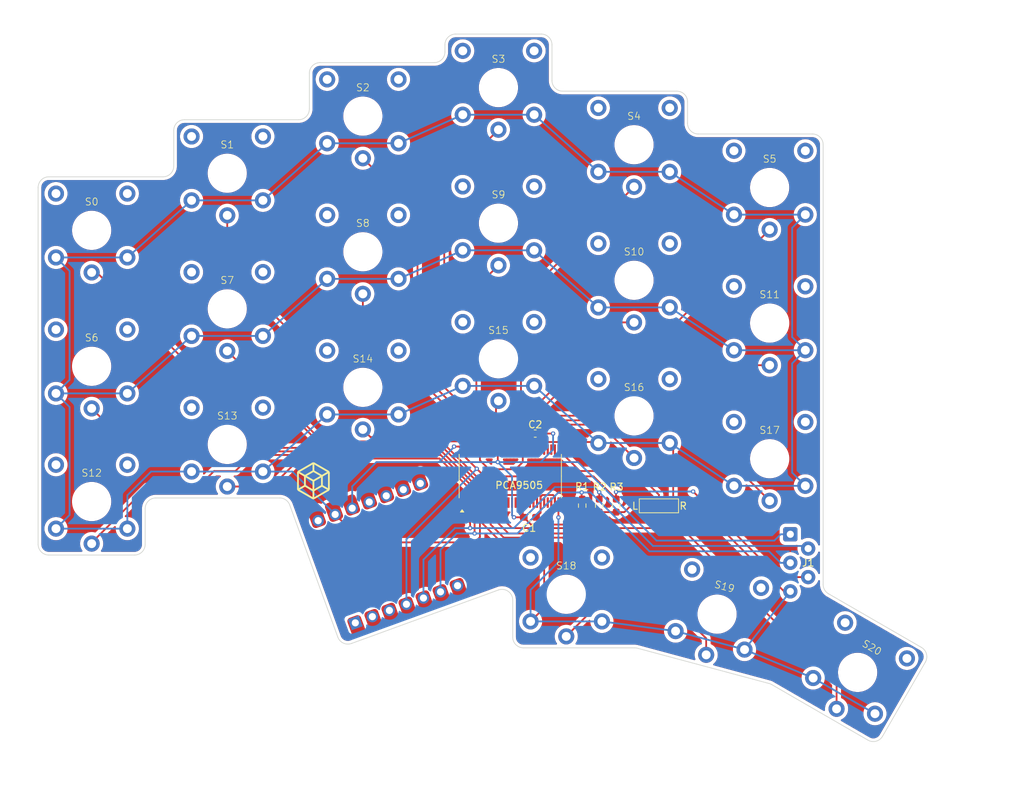
<source format=kicad_pcb>
(kicad_pcb (version 20241229) (generator "pcbnew") (generator_version "9.0")
  (layers (0 "F.Cu" signal) (2 "B.Cu" signal) (13 "F.Paste" user) (15 "B.Paste" user) (5 "F.SilkS" user "F.Silkscreen") (7 "B.SilkS" user "B.Silkscreen") (1 "F.Mask" user) (3 "B.Mask" user) (25 "Edge.Cuts" user))
  (net 0 "")
  (net 1 "+3.3V")
  (net 2 "GND")
  (net 3 "Net-(J1-Pin_3)")
  (net 4 "Net-(J1-Pin_2)")
  (net 5 "K0")
  (net 6 "K1")
  (net 7 "K2")
  (net 8 "K3")
  (net 9 "K4")
  (net 10 "K5")
  (net 11 "K6")
  (net 12 "K7")
  (net 13 "K8")
  (net 14 "K9")
  (net 15 "K10")
  (net 16 "K11")
  (net 17 "K12")
  (net 18 "K13")
  (net 19 "K14")
  (net 20 "K15")
  (net 21 "K16")
  (net 22 "K17")
  (net 23 "K18")
  (net 24 "K19")
  (net 25 "K20")
  (net 35 "Net-(JP1-C)")
  (net 36 "Net-(J1-Pin_4)")
  (footprint "Switches:Kailh_Low_Profile" (layer "F.Cu") (at 87.43125 66.125)
    (property "Reference" "S15")
    (property "Value" "Keyswitch" (hide yes))
  )
  (footprint "Resistor_SMD:R_0603_1608Metric_Pad0.98x0.95mm_HandSolder" (layer "F.Cu") (at 99.16875 86.697238 90)
    (property "Reference" "R1")
    (property "Value" "1.6k")
  )
  (footprint "Resistor_SMD:R_0603_1608Metric_Pad0.98x0.95mm_HandSolder" (layer "F.Cu") (at 101.55 86.697238 90)
    (property "Reference" "R2")
    (property "Value" "1.6k")
  )
  (footprint "Switches:Kailh_Low_Profile" (layer "F.Cu") (at 106.43125 74.125)
    (property "Reference" "S16")
    (property "Value" "Keyswitch" (hide yes))
  )
  (footprint "Switches:PCA9505" (layer "F.Cu") (at 89.0875 82.5625 90)
    (property "Reference" "PCA9505")
    (property "Value" "PCA9505DGG")
  )
  (footprint "Switches:SolderWire-5" (layer "F.Cu") (at 128.327744 90.714405 -90)
    (property "Reference" "J1")
    (property "Value" "Vcc, SDA, SCL, INT, GND")
  )
  (footprint "Switches:Kailh_Low_Profile" (layer "F.Cu") (at 125.43125 42.125)
    (property "Reference" "S5")
    (property "Value" "Keyswitch" (hide yes))
  )
  (footprint "Switches:Kailh_Low_Profile" (layer "F.Cu") (at 68.43125 32.125)
    (property "Reference" "S2")
    (property "Value" "Keyswitch" (hide yes))
  )
  (footprint "Resistor_SMD:R_0603_1608Metric_Pad0.98x0.95mm_HandSolder" (layer "F.Cu") (at 103.93125 86.697238 90)
    (property "Reference" "R3")
    (property "Value" "2k")
  )
  (footprint "Switches:Kailh_Low_Profile" (layer "F.Cu") (at 30.43125 67.175)
    (property "Reference" "S6")
    (property "Value" "Keyswitch" (hide yes))
  )
  (footprint "Switches:Kailh_Low_Profile" (layer "F.Cu") (at 106.43125 55.125)
    (property "Reference" "S10")
    (property "Value" "Keyswitch" (hide yes))
  )
  (footprint "Switches:Kailh_Low_Profile" (layer "F.Cu") (at 118.066325 101.907486 -15)
    (property "Reference" "S19")
    (property "Value" "Keyswitch" (hide yes))
  )
  (footprint "Capacitor_SMD:C_0603_1608Metric_Pad1.08x0.95mm_HandSolder" (layer "F.Cu") (at 92.5875 76.6)
    (property "Reference" "C2")
    (property "Value" "0.1uF")
  )
  (footprint "Switches:Kailh_Low_Profile" (layer "F.Cu") (at 49.43125 78.125)
    (property "Reference" "S13")
    (property "Value" "Keyswitch" (hide yes))
  )
  (footprint "Switches:Kailh_Low_Profile" (layer "F.Cu") (at 49.43125 59.125)
    (property "Reference" "S7")
    (property "Value" "Keyswitch" (hide yes))
  )
  (footprint "Switches:Seeed_XIAO_RP2040" (layer "F.Cu") (at 71.932033 93.356615 110)
    (property "Reference" "U1" (hide yes))
    (property "Value" "MCU_Seeed_XIAO_RP2040" (hide yes))
  )
  (footprint "Switches:Kailh_Low_Profile" (layer "F.Cu") (at 96.93125 99.125)
    (property "Reference" "S18")
    (property "Value" "Keyswitch" (hide yes))
  )
  (footprint "Switches:Kailh_Low_Profile" (layer "F.Cu") (at 87.43125 47.125)
    (property "Reference" "S9")
    (property "Value" "Keyswitch" (hide yes))
  )
  (footprint "Switches:Kailh_Low_Profile" (layer "F.Cu") (at 87.43125 28.125)
    (property "Reference" "S3")
    (property "Value" "Keyswitch" (hide yes))
  )
  (footprint "Capacitor_SMD:C_0603_1608Metric_Pad1.08x0.95mm_HandSolder" (layer "F.Cu") (at 91.8375 88.334343)
    (property "Reference" "C1")
    (property "Value" "0.1uF")
  )
  (footprint "Switches:Kailh_Low_Profile" (layer "F.Cu") (at 30.43125 86.125)
    (property "Reference" "S12")
    (property "Value" "Keyswitch" (hide yes))
  )
  (footprint "Switches:Kailh_Low_Profile" (layer "F.Cu") (at 125.43125 61.125)
    (property "Reference" "S11")
    (property "Value" "Keyswitch" (hide yes))
  )
  (footprint "Switches:Kailh_Low_Profile" (layer "F.Cu") (at 68.43125 51.125)
    (property "Reference" "S8")
    (property "Value" "Keyswitch" (hide yes))
  )
  (footprint "Switches:Kailh_Low_Profile" (layer "F.Cu") (at 49.43125 40.125)
    (property "Reference" "S1")
    (property "Value" "Keyswitch" (hide yes))
  )
  (footprint "Switches:Kailh_Low_Profile" (layer "F.Cu") (at 106.43125 36.125)
    (property "Reference" "S4")
    (property "Value" "Keyswitch" (hide yes))
  )
  (footprint "Switches:Kailh_Low_Profile" (layer "F.Cu") (at 137.761082 110.065321 -30)
    (property "Reference" "S20")
    (property "Value" "Keyswitch" (hide yes))
  )
  (footprint "Jumper:SolderJumper-3_P2.0mm_Open_TrianglePad1.0x1.5mm_NumberLabels" (layer "F.Cu") (at 109.91875 86.75)
    (property "Reference" "JP1" (hide yes))
    (property "Value" "SolderJumper_3_Open")
  )
  (footprint "Switches:Kailh_Low_Profile" (layer "F.Cu") (at 68.43125 70.125)
    (property "Reference" "S14")
    (property "Value" "Keyswitch" (hide yes))
  )
  (footprint "Switches:Kailh_Low_Profile" (layer "F.Cu") (at 125.43125 80.125)
    (property "Reference" "S17")
    (property "Value" "Keyswitch" (hide yes))
  )
  (footprint "Switches:Kailh_Low_Profile" (layer "F.Cu") (at 30.43125 48.125)
    (property "Reference" "S0")
    (property "Value" "Keyswitch" (hide yes))
  )
  (gr_line (start 61.504969 83.224999) (end 61.504969 85.686322) (stroke (width 0.25)) (layer "F.SilkS"))
  (gr_line (start 59.339905 84.330699) (end 59.339905 82.119337) (stroke (width 0.25)) (layer "F.SilkS"))
  (gr_line (start 61.629969 80.797168) (end 63.54503 81.902828) (stroke (width 0.25)) (layer "F.SilkS"))
  (gr_line (start 62.695754 82.537499) (end 62.695754 83.912499) (stroke (width 0.25)) (layer "F.SilkS"))
  (gr_arc (start 63.54503 81.902828) (mid 63.636539 81.994336) (end 63.670033 82.119339) (stroke (width 0.25)) (layer "F.SilkS"))
  (gr_line (start 61.504969 81.849999) (end 61.504969 80.763674) (stroke (width 0.25)) (layer "F.SilkS"))
  (gr_arc (start 61.379969 80.797168) (mid 61.504969 80.763674) (end 61.629969 80.797168) (stroke (width 0.25)) (layer "F.SilkS"))
  (gr_line (start 62.695754 83.912499) (end 63.636539 84.455661) (stroke (width 0.25)) (layer "F.SilkS"))
  (gr_line (start 60.314184 83.912499) (end 59.373399 84.455661) (stroke (width 0.25)) (layer "F.SilkS"))
  (gr_line (start 59.464894 81.902836) (end 61.379969 80.797168) (stroke (width 0.25)) (layer "F.SilkS"))
  (gr_line (start 60.314184 83.912499) (end 60.314184 82.537499) (stroke (width 0.25)) (layer "F.SilkS"))
  (gr_line (start 61.504969 83.224999) (end 59.373399 81.994337) (stroke (width 0.25)) (layer "F.SilkS"))
  (gr_arc (start 61.379969 85.65283) (mid 61.455319 85.621618) (end 61.504969 85.686322) (stroke (width 0.25)) (layer "F.SilkS"))
  (gr_line (start 61.504969 84.599999) (end 60.314184 83.912499) (stroke (width 0.25)) (layer "F.SilkS"))
  (gr_arc (start 59.464905 84.547168) (mid 59.373374 84.455692) (end 59.339905 84.330699) (stroke (width 0.25)) (layer "F.SilkS"))
  (gr_arc (start 63.670033 84.330658) (mid 63.636539 84.455661) (end 63.545031 84.547169) (stroke (width 0.25)) (layer "F.SilkS"))
  (gr_line (start 63.670033 82.119339) (end 63.670033 84.330658) (stroke (width 0.25)) (layer "F.SilkS"))
  (gr_arc (start 59.339905 82.119337) (mid 59.373384 81.994333) (end 59.464894 81.902836) (stroke (width 0.25)) (layer "F.SilkS"))
  (gr_line (start 60.314184 82.537499) (end 61.504969 81.849999) (stroke (width 0.25)) (layer "F.SilkS"))
  (gr_line (start 61.504969 81.849999) (end 62.695754 82.537499) (stroke (width 0.25)) (layer "F.SilkS"))
  (gr_line (start 62.695754 83.912499) (end 61.504969 84.599999) (stroke (width 0.25)) (layer "F.SilkS"))
  (gr_line (start 63.545031 84.547169) (end 61.629969 85.65283) (stroke (width 0.25)) (layer "F.SilkS"))
  (gr_line (start 61.504969 83.224999) (end 63.636539 81.994337) (stroke (width 0.25)) (layer "F.SilkS"))
  (gr_line (start 61.379969 85.65283) (end 59.464905 84.547168) (stroke (width 0.25)) (layer "F.SilkS"))
  (gr_arc (start 112.43125 28.625) (mid 113.49191 29.06434) (end 113.93125 30.125) (stroke (width 0.1)) (layer "Edge.Cuts"))
  (gr_line (start 66.840759 106.011981) (end 87.418231 98.522393) (stroke (width 0.1)) (layer "Edge.Cuts"))
  (gr_line (start 22.93125 92.124999) (end 22.93125 42.125001) (stroke (width 0.1)) (layer "Edge.Cuts"))
  (gr_line (start 37.93125 92.125) (end 37.93125 87.125) (stroke (width 0.1)) (layer "Edge.Cuts"))
  (gr_arc (start 79.93125 22.125) (mid 80.37059 21.06434) (end 81.43125 20.625) (stroke (width 0.1)) (layer "Edge.Cuts"))
  (gr_arc (start 133.681203 99.049547) (mid 133.132198 98.500539) (end 132.93125 97.750536) (stroke (width 0.1)) (layer "Edge.Cuts"))
  (gr_arc (start 37.93125 92.125) (mid 37.49191 93.18566) (end 36.43125 93.625) (stroke (width 0.1)) (layer "Edge.Cuts"))
  (gr_arc (start 96.43125 28.625) (mid 95.37059 28.18566) (end 94.93125 27.125) (stroke (width 0.1)) (layer "Edge.Cuts"))
  (gr_arc (start 37.93125 87.125) (mid 38.37059 86.06434) (end 39.43125 85.625) (stroke (width 0.1)) (layer "Edge.Cuts"))
  (gr_line (start 60.93125 31.125) (end 60.93125 26.125) (stroke (width 0.1)) (layer "Edge.Cuts"))
  (gr_arc (start 79.93125 23.125) (mid 79.49191 24.18566) (end 78.43125 24.625) (stroke (width 0.1)) (layer "Edge.Cuts"))
  (gr_line (start 125.726764 111.777557) (end 139.207235 119.560511) (stroke (width 0.1)) (layer "Edge.Cuts"))
  (gr_arc (start 87.418231 98.522393) (mid 88.791605 98.703207) (end 89.43125 99.931936) (stroke (width 0.1)) (layer "Edge.Cuts"))
  (gr_line (start 113.93125 33.125) (end 113.93125 30.125) (stroke (width 0.1)) (layer "Edge.Cuts"))
  (gr_line (start 94.93125 27.125) (end 94.93125 22.125) (stroke (width 0.1)) (layer "Edge.Cuts"))
  (gr_line (start 132.93125 97.750536) (end 132.93125 36.125) (stroke (width 0.1)) (layer "Edge.Cuts"))
  (gr_arc (start 60.93125 26.125) (mid 61.37059 25.06434) (end 62.43125 24.625) (stroke (width 0.1)) (layer "Edge.Cuts"))
  (gr_line (start 133.681203 99.049547) (end 146.707292 106.570163) (stroke (width 0.1)) (layer "Edge.Cuts"))
  (gr_line (start 79.93125 22.125) (end 79.93125 23.125) (stroke (width 0.1)) (layer "Edge.Cuts"))
  (gr_line (start 141.256265 119.011487) (end 147.256273 108.619168) (stroke (width 0.1)) (layer "Edge.Cuts"))
  (gr_arc (start 106.49705 106.625) (mid 106.692865 106.637836) (end 106.889478 106.677229) (stroke (width 0.1)) (layer "Edge.Cuts"))
  (gr_arc (start 22.93125 42.125001) (mid 23.37059 41.06434) (end 24.431251 40.625) (stroke (width 0.1)) (layer "Edge.Cuts"))
  (gr_line (start 39.43125 85.625) (end 56.77395 85.625) (stroke (width 0.1)) (layer "Edge.Cuts"))
  (gr_line (start 115.43125 34.625) (end 131.43125 34.625) (stroke (width 0.1)) (layer "Edge.Cuts"))
  (gr_line (start 24.431251 40.625) (end 40.43125 40.625) (stroke (width 0.1)) (layer "Edge.Cuts"))
  (gr_arc (start 24.431251 93.625) (mid 23.37059 93.18566) (end 22.93125 92.124999) (stroke (width 0.1)) (layer "Edge.Cuts"))
  (gr_arc (start 115.43125 34.625) (mid 114.37059 34.18566) (end 113.93125 33.125) (stroke (width 0.1)) (layer "Edge.Cuts"))
  (gr_arc (start 41.93125 39.125) (mid 41.49191 40.18566) (end 40.43125 40.625) (stroke (width 0.1)) (layer "Edge.Cuts"))
  (gr_line (start 93.43125 20.625) (end 81.43125 20.625) (stroke (width 0.1)) (layer "Edge.Cuts"))
  (gr_line (start 106.889478 106.677229) (end 125.36513 111.627765) (stroke (width 0.1)) (layer "Edge.Cuts"))
  (gr_line (start 62.43125 24.625) (end 78.43125 24.625) (stroke (width 0.1)) (layer "Edge.Cuts"))
  (gr_arc (start 56.77395 85.625) (mid 57.634321 85.896276) (end 58.1835 86.61197) (stroke (width 0.1)) (layer "Edge.Cuts"))
  (gr_arc (start 125.36513 111.627765) (mid 125.550861 111.690812) (end 125.726764 111.777557) (stroke (width 0.1)) (layer "Edge.Cuts"))
  (gr_line (start 96.43125 28.625) (end 112.43125 28.625) (stroke (width 0.1)) (layer "Edge.Cuts"))
  (gr_line (start 90.93125 106.625) (end 106.49705 106.625) (stroke (width 0.1)) (layer "Edge.Cuts"))
  (gr_line (start 89.43125 99.931936) (end 89.43125 105.125) (stroke (width 0.1)) (layer "Edge.Cuts"))
  (gr_arc (start 41.93125 34.125) (mid 42.37059 33.06434) (end 43.43125 32.625) (stroke (width 0.1)) (layer "Edge.Cuts"))
  (gr_line (start 58.1835 86.61197) (end 64.91822 105.115461) (stroke (width 0.1)) (layer "Edge.Cuts"))
  (gr_arc (start 60.93125 31.125) (mid 60.49191 32.18566) (end 59.43125 32.625) (stroke (width 0.1)) (layer "Edge.Cuts"))
  (gr_arc (start 146.707292 106.570163) (mid 147.406152 107.480943) (end 147.256273 108.619168) (stroke (width 0.1)) (layer "Edge.Cuts"))
  (gr_arc (start 66.840759 106.011981) (mid 65.693822 105.961897) (end 64.91822 105.115461) (stroke (width 0.1)) (layer "Edge.Cuts"))
  (gr_line (start 43.43125 32.625) (end 59.43125 32.625) (stroke (width 0.1)) (layer "Edge.Cuts"))
  (gr_line (start 24.431251 93.625) (end 36.43125 93.625) (stroke (width 0.1)) (layer "Edge.Cuts"))
  (gr_arc (start 141.256265 119.011487) (mid 140.345466 119.710365) (end 139.207234 119.560511) (stroke (width 0.1)) (layer "Edge.Cuts"))
  (gr_arc (start 93.43125 20.625) (mid 94.49191 21.06434) (end 94.93125 22.125) (stroke (width 0.1)) (layer "Edge.Cuts"))
  (gr_line (start 41.93125 39.125) (end 41.93125 34.125) (stroke (width 0.1)) (layer "Edge.Cuts"))
  (gr_arc (start 131.43125 34.625) (mid 132.49191 35.06434) (end 132.93125 36.125) (stroke (width 0.1)) (layer "Edge.Cuts"))
  (gr_arc (start 90.93125 106.625) (mid 89.87059 106.18566) (end 89.43125 105.125) (stroke (width 0.1)) (layer "Edge.Cuts"))
  (segment (start 95.0875 76.6) (end 93.450001 76.6) (width 0.25) (layer "F.Cu") (net 1))
  (segment (start 101.55 87.609738) (end 103.93125 87.609738) (width 0.25) (layer "F.Cu") (net 1))
  (segment (start 105.077762 87.609738) (end 105.9375 86.75) (width 0.25) (layer "F.Cu") (net 1))
  (segment (start 90.8375 88.196843) (end 90.975 88.334343) (width 0.25) (layer "F.Cu") (net 1))
  (segment (start 97.428488 89.35) (end 91.990657 89.35) (width 0.25) (layer "F.Cu") (net 1))
  (segment (start 91.990657 89.35) (end 90.975 88.334343) (width 0.25) (layer "F.Cu") (net 1))
  (segment (start 91.339586 88.334343) (end 90.975 88.334343) (width 0.25) (layer "F.Cu") (net 1))
  (segment (start 81.909735 78.422235) (end 81.200862 78.422235) (width 0.25) (layer "F.Cu") (net 1))
  (segment (start 99.16875 87.609738) (end 101.55 87.609738) (width 0.25) (layer "F.Cu") (net 1))
  (segment (start 82.3375 78.85) (end 81.909735 78.422235) (width 0.25) (layer "F.Cu") (net 1))
  (segment (start 103.93125 87.609738) (end 105.077762 87.609738) (width 0.25) (layer "F.Cu") (net 1))
  (segment (start 90.8375 86.275) (end 90.8375 88.196843) (width 0.25) (layer "F.Cu") (net 1))
  (segment (start 105.9375 86.75) (end 107.91875 86.75) (width 0.25) (layer "F.Cu") (net 1))
  (segment (start 89.603157 88.334343) (end 90.975 88.334343) (width 0.25) (layer "F.Cu") (net 1))
  (segment (start 87.3375 80.6) (end 87.3375 78.85) (width 0.25) (layer "F.Cu") (net 1))
  (segment (start 99.16875 87.609738) (end 97.428488 89.35) (width 0.25) (layer "F.Cu") (net 1))
  (via (at 89.603157 88.334343) (size 0.6) (drill 0.3) (layers "F.Cu" "B.Cu") (net 1))
  (via (at 95.0875 76.6) (size 0.6) (drill 0.3) (layers "F.Cu" "B.Cu") (net 1))
  (via (at 87.3375 80.6) (size 0.6) (drill 0.3) (layers "F.Cu" "B.Cu") (net 1))
  (via (at 81.200862 78.422235) (size 0.6) (drill 0.3) (layers "F.Cu" "B.Cu") (net 1))
  (segment (start 70.3375 80.6) (end 79.0875 80.6) (width 0.25) (layer "B.Cu") (net 1))
  (segment (start 87.3375 80.6) (end 89.3375 82.6) (width 0.25) (layer "B.Cu") (net 1))
  (segment (start 93.3375 80.6) (end 87.3375 80.6) (width 0.25) (layer "B.Cu") (net 1))
  (segment (start 109.5875 91.6) (end 126.0875 91.6) (width 0.25) (layer "B.Cu") (net 1))
  (segment (start 98.5875 80.6) (end 109.5875 91.6) (width 0.25) (layer "B.Cu") (net 1))
  (segment (start 89.3375 88.068686) (end 89.603157 88.334343) (width 0.25) (layer "B.Cu") (net 1))
  (segment (start 79.0875 80.6) (end 87.3375 80.6) (width 0.25) (layer "B.Cu") (net 1))
  (segment (start 93.3375 80.6) (end 98.5875 80.6) (width 0.25) (layer "B.Cu") (net 1))
  (segment (start 81.200862 78.486638) (end 79.0875 80.6) (width 0.25) (layer "B.Cu") (net 1))
  (segment (start 126.0875 91.6) (end 126.973095 90.714405) (width 0.25) (layer "B.Cu") (net 1))
  (segment (start 126.973095 90.714405) (end 128.327744 90.714405) (width 0.25) (layer "B.Cu") (net 1))
  (segment (start 81.200862 78.422235) (end 81.200862 78.486638) (width 0.25) (layer "B.Cu") (net 1))
  (segment (start 95.0875 76.6) (end 95.0875 78.85) (width 0.25) (layer "B.Cu") (net 1))
  (segment (start 81.200862 78.422235) (end 81.0875 78.535597) (width 0.25) (layer "B.Cu") (net 1))
  (segment (start 66.939021 87.064889) (end 66.939021 83.998479) (width 0.25) (layer "B.Cu") (net 1))
  (segment (start 95.0875 78.85) (end 93.3375 80.6) (width 0.25) (layer "B.Cu") (net 1))
  (segment (start 89.3375 82.6) (end 89.3375 88.068686) (width 0.25) (layer "B.Cu") (net 1))
  (segment (start 66.939021 83.998479) (end 70.3375 80.6) (width 0.25) (layer "B.Cu") (net 1))
  (segment (start 95.3375 86.275) (end 95.8375 86.275) (width 0.25) (layer "F.Cu") (net 2))
  (segment (start 87.594322 85.2115) (end 93.128678 85.2115) (width 0.25) (layer "F.Cu") (net 2))
  (segment (start 89.837914 81.6) (end 90.8375 80.600414) (width 0.25) (layer "F.Cu") (net 2))
  (segment (start 84.8375 80.35) (end 84.8375 78.85) (width 0.25) (layer "F.Cu") (net 2))
  (segment (start 87.3375 85.468322) (end 87.594322 85.2115) (width 0.25) (layer "F.Cu") (net 2))
  (segment (start 101.10625 77.6) (end 101.43125 77.925) (width 0.25) (layer "F.Cu") (net 2))
  (segment (start 95.3375 85.468322) (end 95.3375 86.275) (width 0.25) (layer "F.Cu") (net 2))
  (segment (start 87.3375 86.275) (end 87.3375 85.468322) (width 0.25) (layer "F.Cu") (net 2))
  (segment (start 84.8375 88.1) (end 84.8375 88.85) (width 0.25) (layer "F.Cu") (net 2))
  (segment (start 93.8375 101.01875) (end 91.93125 102.925) (width 0.25) (layer "F.Cu") (net 2))
  (segment (start 93.128678 85.2115) (end 93.3375 85.420322) (width 0.25) (layer "F.Cu") (net 2))
  (segment (start 95.080678 85.2115) (end 95.3375 85.468322) (width 0.25) (layer "F.Cu") (net 2))
  (segment (start 127.451905 98.714405) (end 128.327744 98.714405) (width 0.25) (layer "F.Cu") (net 2))
  (segment (start 111.91875 86.75) (end 115.4875 86.75) (width 0.25) (layer "F.Cu") (net 2))
  (segment (start 93.3375 86.275) (end 93.3375 85.468322) (width 0.25) (layer "F.Cu") (net 2))
  (segment (start 92.5875 91.85) (end 93.8375 93.1) (width 0.25) (layer "F.Cu") (net 2))
  (segment (start 93.8375 93.1) (end 93.8375 101.01875) (width 0.25) (layer "F.Cu") (net 2))
  (segment (start 84.0875 91.85) (end 84.8375 91.1) (width 0.25) (layer "F.Cu") (net 2))
  (segment (start 93.3375 78.85) (end 93.3375 78.043322) (width 0.25) (layer "F.Cu") (net 2))
  (segment (start 64.552202 87.93362) (end 68.468582 91.85) (width 0.25) (layer "F.Cu") (net 2))
  (segment (start 93.594322 85.2115) (end 95.080678 85.2115) (width 0.25) (layer "F.Cu") (net 2))
  (segment (start 90.8375 77.487499) (end 90.8375 78.85) (width 0.25) (layer "F.Cu") (net 2))
  (segment (start 93.3375 85.468322) (end 93.594322 85.2115) (width 0.25) (layer "F.Cu") (net 2))
  (segment (start 91.894178 76.6) (end 91.724999 76.6) (width 0.25) (layer "F.Cu") (net 2))
  (segment (start 115.4875 86.75) (end 127.451905 98.714405) (width 0.25) (layer "F.Cu") (net 2))
  (segment (start 86.0875 81.6) (end 84.8375 80.35) (width 0.25) (layer "F.Cu") (net 2))
  (segment (start 91.724999 76.6) (end 90.8375 77.487499) (width 0.25) (layer "F.Cu") (net 2))
  (segment (start 93.3375 85.420322) (end 93.3375 86.275) (width 0.25) (layer "F.Cu") (net 2))
  (segment (start 89.837914 81.6) (end 86.0875 81.6) (width 0.25) (layer "F.Cu") (net 2))
  (segment (start 111.91875 86.75) (end 111.91875 78.4125) (width 0.25) (layer "F.Cu") (net 2))
  (segment (start 84.8375 86.275) (end 84.8375 88.1) (width 0.25) (layer "F.Cu") (net 2))
  (segment (start 93.3375 87.696843) (end 93.3375 86.275) (width 0.25) (layer "F.Cu") (net 2))
  (segment (start 92.7 88.334343) (end 93.3375 87.696843) (width 0.25) (layer "F.Cu") (net 2))
  (segment (start 93.3375 78.043322) (end 93.594322 77.7865) (width 0.25) (layer "F.Cu") (net 2))
  (segment (start 93.594322 77.7865) (end 101.29275 77.7865) (width 0.25) (layer "F.Cu") (net 2))
  (segment (start 90.8375 80.600414) (end 90.8375 78.85) (width 0.25) (layer "F.Cu") (net 2))
  (segment (start 93.3375 78.043322) (end 91.894178 76.6) (width 0.25) (layer "F.Cu") (net 2))
  (segment (start 87.8375 91.85) (end 92.5875 91.85) (width 0.25) (layer "F.Cu") (net 2))
  (segment (start 95.8375 88.35) (end 95.8375 86.275) (width 0.25) (layer "F.Cu") (net 2))
  (segment (start 84.8375 88.85) (end 87.8375 91.85) (width 0.25) (layer "F.Cu") (net 2))
  (segment (start 68.468582 91.85) (end 84.0875 91.85) (width 0.25) (layer "F.Cu") (net 2))
  (segment (start 84.8375 91.1) (end 84.8375 88.85) (width 0.25) (layer "F.Cu") (net 2))
  (segment (start 111.91875 78.4125) (end 111.43125 77.925) (width 0.25) (layer "F.Cu") (net 2))
  (segment (start 101.29275 77.7865) (end 101.43125 77.925) (width 0.25) (layer "F.Cu") (net 2))
  (segment (start 111.8375 86.66875) (end 111.91875 86.75) (width 0.25) (layer "F.Cu") (net 2))
  (via (at 95.8375 88.35) (size 0.6) (drill 0.3) (layers "F.Cu" "B.Cu") (net 2))
  (segment (start 58.543582 81.925) (end 64.552202 87.93362) (width 0.25) (layer "B.Cu") (net 2))
  (segment (start 111.43125 39.925) (end 120.43125 45.925) (width 0.25) (layer "B.Cu") (net 2))
  (segment (start 92.43125 31.925) (end 101.43125 39.925) (width 0.25) (layer "B.Cu") (net 2))
  (segment (start 111.43125 77.925) (end 111.8375 78.33125) (width 0.25) (layer "B.Cu") (net 2))
  (segment (start 73.43125 54.925) (end 82.43125 50.925) (width 0.25) (layer "B.Cu") (net 2))
  (segment (start 91.93125 102.925) (end 91.93125 98.50625) (width 0.25) (layer "B.Cu") (net 2))
  (segment (start 44.43125 81.925) (end 54.43125 81.925) (width 0.25) (layer "B.Cu") (net 2))
  (segment (start 128.5875 47.76875) (end 128.5875 63.08125) (width 0.25) (layer "B.Cu") (net 2))
  (segment (start 95.8375 94.6) (end 95.8375 88.35) (width 0.25) (layer "B.Cu") (net 2))
  (segment (start 35.43125 85.25625) (end 38.7625 81.925) (width 0.25) (layer "B.Cu") (net 2))
  (segment (start 27.3375 72.88125) (end 27.3375 88.01875) (width 0.25) (layer "B.Cu") (net 2))
  (segment (start 92.43125 69.925) (end 101.43125 77.925) (width 0.25) (layer "B.Cu") (net 2))
  (segment (start 130.43125 64.925) (end 128.5875 66.76875) (width 0.25) (layer "B.Cu") (net 2))
  (segment (start 54.43125 62.925) (end 63.43125 54.925) (width 0.25) (layer "B.Cu") (net 2))
  (segment (start 82.43125 31.925) (end 92.43125 31.925) (width 0.25) (layer "B.Cu") (net 2))
  (segment (start 25.43125 89.925) (end 35.43125 89.925) (width 0.25) (layer "B.Cu") (net 2))
  (segment (start 54.43125 81.925) (end 63.43125 73.925) (width 0.25) (layer "B.Cu") (net 2))
  (segment (start 101.43125 39.925) (end 111.43125 39.925) (width 0.25) (layer "B.Cu") (net 2))
  (segment (start 111.43125 77.925) (end 120.43125 83.925) (width 0.25) (layer "B.Cu") (net 2))
  (segment (start 82.43125 50.925) (end 92.43125 50.925) (width 0.25) (layer "B.Cu") (net 2))
  (segment (start 54.43125 81.925) (end 58.543582 81.925) (width 0.25) (layer "B.Cu") (net 2))
  (segment (start 63.43125 35.925) (end 73.43125 35.925) (width 0.25) (layer "B.Cu") (net 2))
  (segment (start 120.43125 83.925) (end 130.43125 83.925) (width 0.25) (layer "B.Cu") (net 2))
  (segment (start 130.43125 64.925) (end 120.43125 64.925) (width 0.25) (layer "B.Cu") (net 2))
  (segment (start 120.43125 45.925) (end 130.43125 45.925) (width 0.25) (layer "B.Cu") (net 2))
  (segment (start 121.912442 106.872099) (end 128.327744 98.714405) (width 0.25) (layer "B.Cu") (net 2))
  (segment (start 25.43125 70.975) (end 35.43125 70.975) (width 0.25) (layer "B.Cu") (net 2))
  (segment (start 82.43125 69.925) (end 73.43125 73.925) (width 0.25) (layer "B.Cu") (net 2))
  (segment (start 25.43125 70.975) (end 27.3375 69.06875) (width 0.25) (layer "B.Cu") (net 2))
  (segment (start 92.43125 50.925) (end 101.43125 58.925) (width 0.25) (layer "B.Cu") (net 2))
  (segment (start 27.3375 88.01875) (end 25.43125 89.925) (width 0.25) (layer "B.Cu") (net 2))
  (segment (start 38.7625 81.925) (end 44.43125 81.925) (width 0.25) (layer "B.Cu") (net 2))
  (segment (start 25.43125 51.925) (end 35.43125 51.925) (width 0.25) (layer "B.Cu") (net 2))
  (segment (start 128.5875 66.76875) (end 128.5875 82.08125) (width 0.25) (layer "B.Cu") (net 2))
  (segment (start 27.3375 53.83125) (end 25.43125 51.925) (width 0.25) (layer "B.Cu") (net 2))
  (segment (start 131.530955 110.856218) (end 140.191209 115.856218) (width 0.25) (layer "B.Cu") (net 2))
  (segment (start 91.93125 102.925) (end 101.93125 102.925) (width 0.25) (layer "B.Cu") (net 2))
  (segment (start 91.93125 98.50625) (end 95.8375 94.6) (width 0.25) (layer "B.Cu") (net 2))
  (segment (start 54.43125 43.925) (end 63.43125 35.925) (width 0.25) (layer "B.Cu") (net 2))
  (segment (start 101.43125 58.925) (end 111.43125 58.925) (width 0.25) (layer "B.Cu") (net 2))
  (segment (start 82.43125 69.925) (end 92.43125 69.925) (width 0.25) (layer "B.Cu") (net 2))
  (segment (start 101.43125 77.925) (end 111.43125 77.925) (width 0.25) (layer "B.Cu") (net 2))
  (segment (start 63.43125 73.925) (end 73.43125 73.925) (width 0.25) (layer "B.Cu") (net 2))
  (segment (start 128.5875 82.08125) (end 130.43125 83.925) (width 0.25) (layer "B.Cu") (net 2))
  (segment (start 130.43125 45.925) (end 128.5875 47.76875) (width 0.25) (layer "B.Cu") (net 2))
  (segment (start 120.43125 64.925) (end 111.43125 58.925) (width 0.25) (layer "B.Cu") (net 2))
  (segment (start 63.43125 54.925) (end 73.43125 54.925) (width 0.25) (layer "B.Cu") (net 2))
  (segment (start 128.5875 63.08125) (end 130.43125 64.925) (width 0.25) (layer "B.Cu") (net 2))
  (segment (start 82.43125 31.925) (end 73.43125 35.925) (width 0.25) (layer "B.Cu") (net 2))
  (segment (start 35.43125 89.925) (end 35.43125 85.25625) (width 0.25) (layer "B.Cu") (net 2))
  (segment (start 101.93125 102.925) (end 112.253183 104.283909) (width 0.25) (layer "B.Cu") (net 2))
  (segment (start 35.43125 51.925) (end 44.43125 43.925) (width 0.25) (layer "B.Cu") (net 2))
  (segment (start 25.43125 70.975) (end 27.3375 72.88125) (width 0.25) (layer "B.Cu") (net 2))
  (segment (start 64.552202 88.064702) (end 64.552202 87.93362) (width 0.25) (layer "B.Cu") (net 2))
  (segment (start 121.912442 106.872099) (end 131.530955 110.856218) (width 0.25) (layer "B.Cu") (net 2))
  (segment (start 44.43125 62.925) (end 35.43125 70.975) (width 0.25) (layer "B.Cu") (net 2))
  (segment (start 112.253183 104.283909) (end 121.912442 106.872099) (width 0.25) (layer "B.Cu") (net 2))
  (segment (start 44.43125 43.925) (end 54.43125 43.925) (width 0.25) (layer "B.Cu") (net 2))
  (segment (start 44.43125 62.925) (end 54.43125 62.925) (width 0.25) (layer "B.Cu") (net 2))
  (segment (start 27.3375 69.06875) (end 27.3375 53.83125) (width 0.25) (layer "B.Cu") (net 2))
  (segment (start 99.0875 85.703488) (end 99.16875 85.784738) (width 0.25) (layer "F.Cu") (net 3))
  (segment (start 84.0875 88.940188) (end 82.8375 87.690188) (width 0.25) (layer "F.Cu") (net 3))
  (segment (start 84.0875 90.6) (end 84.0875 88.940188) (width 0.25) (layer "F.Cu") (net 3))
  (segment (start 82.8375 87.690188) (end 82.8375 86.275) (width 0.25) (layer "F.Cu") (net 3))
  (segment (start 99.0875 84.85) (end 99.0875 85.703488) (width 0.25) (layer "F.Cu") (net 3))
  (via (at 99.0875 84.85) (size 0.6) (drill 0.3) (layers "F.Cu" "B.Cu") (net 3))
  (via (at 84.0875 90.6) (size 0.6) (drill 0.3) (layers "F.Cu" "B.Cu") (net 3))
  (segment (start 99.0875 84.85) (end 100.3375 84.85) (width 0.25) (layer "B.Cu") (net 3))
  (segment (start 79.311864 92.875636) (end 79.311864 98.77961) (width 0.25) (layer "B.Cu") (net 3))
  (segment (start 99.0875 84.85) (end 95.8375 84.85) (width 0.25) (layer "B.Cu") (net 3))
  (segment (start 125.3375 93.1) (end 126.951905 94.714405) (width 0.25) (layer "B.Cu") (net 3))
  (segment (start 126.951905 94.714405) (end 128.327744 94.714405) (width 0.25) (layer "B.Cu") (net 3))
  (segment (start 108.5875 93.1) (end 125.3375 93.1) (width 0.25) (layer "B.Cu") (net 3))
  (segment (start 90.0875 90.6) (end 84.0875 90.6) (width 0.25) (layer "B.Cu") (net 3))
  (segment (start 95.8375 84.85) (end 90.0875 90.6) (width 0.25) (layer "B.Cu") (net 3))
  (segment (start 100.3375 84.85) (end 108.5875 93.1) (width 0.25) (layer "B.Cu") (net 3))
  (segment (start 81.5875 90.6) (end 79.311864 92.875636) (width 0.25) (layer "B.Cu") (net 3))
  (segment (start 84.0875 90.6) (end 81.5875 90.6) (width 0.25) (layer "B.Cu") (net 3))
  (segment (start 82.3375 87.991236) (end 82.3375 86.275) (width 0.25) (layer "F.Cu") (net 4))
  (segment (start 101.55 84.8125) (end 101.55 85.784738) (width 0.25) (layer "F.Cu") (net 4))
  (segment (start 83.4625 89.85) (end 83.4625 89.116236) (width 0.25) (layer "F.Cu") (net 4))
  (segment (start 83.4625 89.116236) (end 82.3375 87.991236) (width 0.25) (layer "F.Cu") (net 4))
  (via (at 101.55 84.8125) (size 0.6) (drill 0.3) (layers "F.Cu" "B.Cu") (net 4))
  (via (at 83.4625 89.85) (size 0.6) (drill 0.3) (layers "F.Cu" "B.Cu") (net 4))
  (segment (start 109.0875 92.35) (end 130.463339 92.35) (width 0.25) (layer "B.Cu") (net 4))
  (segment (start 100.8375 84.1) (end 95.3375 84.1) (width 0.25) (layer "B.Cu") (net 4))
  (segment (start 83.4625 89.85) (end 81.3375 89.85) (width 0.25) (layer "B.Cu") (net 4))
  (segment (start 101.55 84.8125) (end 100.8375 84.1) (width 0.25) (layer "B.Cu") (net 4))
  (segment (start 76.925045 94.262455) (end 76.925045 99.648341) (width 0.25) (layer "B.Cu") (net 4))
  (segment (start 81.3375 89.85) (end 76.925045 94.262455) (width 0.25) (layer "B.Cu") (net 4))
  (segment (start 101.55 84.8125) (end 109.0875 92.35) (width 0.25) (layer "B.Cu") (net 4))
  (segment (start 89.5875 89.85) (end 83.4625 89.85) (width 0.25) (layer "B.Cu") (net 4))
  (segment (start 95.3375 84.1) (end 89.5875 89.85) (width 0.25) (layer "B.Cu") (net 4))
  (segment (start 130.463339 92.35) (end 130.827744 92.714405) (width 0.25) (layer "B.Cu") (net 4))
  (segment (start 85.3375 86.275) (end 85.3375 84.237808) (width 0.25) (layer "F.Cu") (net 5))
  (segment (start 85.3375 84.237808) (end 79.699692 78.6) (width 0.25) (layer "F.Cu") (net 5))
  (segment (start 79.699692 78.6) (end 55.72531 78.6) (width 0.25) (layer "F.Cu") (net 5))
  (segment (start 31.15031 54.025) (end 30.43125 54.025) (width 0.25) (layer "F.Cu") (net 5))
  (segment (start 55.72531 78.6) (end 31.15031 54.025) (width 0.25) (layer "F.Cu") (net 5))
  (segment (start 49.43125 46.025) (end 49.43125 53.44375) (width 0.25) (layer "F.Cu") (net 6))
  (segment (start 58.8375 62.85) (end 58.8375 73.79344) (width 0.25) (layer "F.Cu") (net 6))
  (segment (start 49.43125 53.44375) (end 58.8375 62.85) (width 0.25) (layer "F.Cu") (net 6))
  (segment (start 82.992178 77.698) (end 83.3375 78.043322) (width 0.25) (layer "F.Cu") (net 6))
  (segment (start 58.8375 73.79344) (end 62.74206 77.698) (width 0.25) (layer "F.Cu") (net 6))
  (segment (start 62.74206 77.698) (end 82.992178 77.698) (width 0.25) (layer "F.Cu") (net 6))
  (segment (start 83.3375 78.043322) (end 83.3375 78.85) (width 0.25) (layer "F.Cu") (net 6))
  (segment (start 85.3375 78.85) (end 85.3375 76.85) (width 0.25) (layer "F.Cu") (net 7))
  (segment (start 85.3375 76.85) (end 76.0875 67.6) (width 0.25) (layer "F.Cu") (net 7))
  (segment (start 76.0875 67.6) (end 76.0875 45.68125) (width 0.25) (layer "F.Cu") (net 7))
  (segment (start 76.0875 45.68125) (end 68.43125 38.025) (width 0.25) (layer "F.Cu") (net 7))
  (segment (start 85.8375 76.1) (end 79.8375 70.1) (width 0.25) (layer "F.Cu") (net 8))
  (segment (start 79.8375 41.61875) (end 87.43125 34.025) (width 0.25) (layer "F.Cu") (net 8))
  (segment (start 85.8375 78.85) (end 85.8375 76.1) (width 0.25) (layer "F.Cu") (net 8))
  (segment (start 79.8375 70.1) (end 79.8375 41.61875) (width 0.25) (layer "F.Cu") (net 8))
  (segment (start 90.5875 71.6) (end 90.5875 57.86875) (width 0.25) (layer "F.Cu") (net 9))
  (segment (start 90.5875 57.86875) (end 106.43125 42.025) (width 0.25) (layer "F.Cu") (net 9))
  (segment (start 87.8375 78.85) (end 87.8375 74.35) (width 0.25) (layer "F.Cu") (net 9))
  (segment (start 87.8375 74.35) (end 90.5875 71.6) (width 0.25) (layer "F.Cu") (net 9))
  (segment (start 108.60625 64.85) (end 125.43125 48.025) (width 0.25) (layer "F.Cu") (net 10))
  (segment (start 88.8375 78.85) (end 88.8375 75.35) (width 0.25) (layer "F.Cu") (net 10))
  (segment (start 88.8375 75.35) (end 90.8375 73.35) (width 0.25) (layer "F.Cu") (net 10))
  (segment (start 93.3375 73.35) (end 101.8375 64.85) (width 0.25) (layer "F.Cu") (net 10))
  (segment (start 90.8375 73.35) (end 93.3375 73.35) (width 0.25) (layer "F.Cu") (net 10))
  (segment (start 101.8375 64.85) (end 108.60625 64.85) (width 0.25) (layer "F.Cu") (net 10))
  (segment (start 51.3375 74.85) (end 32.20625 74.85) (width 0.25) (layer "F.Cu") (net 11))
  (segment (start 84.3375 83.969012) (end 79.468488 79.1) (width 0.25) (layer "F.Cu") (net 11))
  (segment (start 84.3375 86.275) (end 84.3375 83.969012) (width 0.25) (layer "F.Cu") (net 11))
  (segment (start 79.468488 79.1) (end 55.5875 79.1) (width 0.25) (layer "F.Cu") (net 11))
  (segment (start 32.20625 74.85) (end 30.43125 73.075) (width 0.25) (layer "F.Cu") (net 11))
  (segment (start 55.5875 79.1) (end 51.3375 74.85) (width 0.25) (layer "F.Cu") (net 11))
  (segment (start 85.8375 86.275) (end 85.8375 84.1) (width 0.25) (layer "F.Cu") (net 12))
  (segment (start 79.8865 78.149) (end 62.55525 78.149) (width 0.25) (layer "F.Cu") (net 12))
  (segment (start 85.8375 84.1) (end 79.8865 78.149) (width 0.25) (layer "F.Cu") (net 12))
  (segment (start 62.55525 78.149) (end 49.43125 65.025) (width 0.25) (layer "F.Cu") (net 12))
  (segment (start 74.926434 67.6) (end 84.3375 77.011066) (width 0.25) (layer "F.Cu") (net 13))
  (segment (start 72.3375 67.6) (end 74.926434 67.6) (width 0.25) (layer "F.Cu") (net 13))
  (segment (start 84.3375 77.011066) (end 84.3375 78.85) (width 0.25) (layer "F.Cu") (net 13))
  (segment (start 68.43125 63.69375) (end 72.3375 67.6) (width 0.25) (layer "F.Cu") (net 13))
  (segment (start 68.43125 57.025) (end 68.43125 63.69375) (width 0.25) (layer "F.Cu") (net 13))
  (segment (start 86.3375 78.85) (end 86.3375 75.35) (width 0.25) (layer "F.Cu") (net 14))
  (segment (start 84.3375 56.11875) (end 87.43125 53.025) (width 0.25) (layer "F.Cu") (net 14))
  (segment (start 84.3375 73.35) (end 84.3375 56.11875) (width 0.25) (layer "F.Cu") (net 14))
  (segment (start 86.3375 75.35) (end 84.3375 73.35) (width 0.25) (layer "F.Cu") (net 14))
  (segment (start 90.5875 72.6) (end 92.8375 72.6) (width 0.25) (layer "F.Cu") (net 15))
  (segment (start 88.3375 74.85) (end 90.5875 72.6) (width 0.25) (layer "F.Cu") (net 15))
  (segment (start 104.4125 61.025) (end 106.43125 61.025) (width 0.25) (layer "F.Cu") (net 15))
  (segment (start 92.8375 72.6) (end 104.4125 61.025) (width 0.25) (layer "F.Cu") (net 15))
  (segment (start 88.3375 78.85) (end 88.3375 74.85) (width 0.25) (layer "F.Cu") (net 15))
  (segment (start 106.6625 67.025) (end 99.5875 74.1) (width 0.25) (layer "F.Cu") (net 16))
  (segment (start 90.8375 74.1) (end 89.3375 75.6) (width 0.25) (layer "F.Cu") (net 16))
  (segment (start 99.5875 74.1) (end 90.8375 74.1) (width 0.25) (layer "F.Cu") (net 16))
  (segment (start 89.3375 75.6) (end 89.3375 78.85) (width 0.25) (layer "F.Cu") (net 16))
  (segment (start 125.43125 67.025) (end 106.6625 67.025) (width 0.25) (layer "F.Cu") (net 16))
  (segment (start 52.8375 79.6) (end 50.5875 81.85) (width 0.25) (layer "F.Cu") (net 17))
  (segment (start 47.5875 81.85) (end 45.3375 84.1) (width 0.25) (layer "F.Cu") (net 17))
  (segment (start 50.5875 81.85) (end 47.5875 81.85) (width 0.25) (layer "F.Cu") (net 17))
  (segment (start 83.8375 86.275) (end 83.8375 84.106822) (width 0.25) (layer "F.Cu") (net 17))
  (segment (start 30.43125 91.890625) (end 30.43125 92.025) (width 0.25) (layer "F.Cu") (net 17))
  (segment (start 83.8375 84.106822) (end 79.330678 79.6) (width 0.25) (layer "F.Cu") (net 17))
  (segment (start 79.330678 79.6) (end 52.8375 79.6) (width 0.25) (layer "F.Cu") (net 17))
  (segment (start 45.3375 84.1) (end 38.221875 84.1) (width 0.25) (layer "F.Cu") (net 17))
  (segment (start 38.221875 84.1) (end 30.43125 91.890625) (width 0.25) (layer "F.Cu") (net 17))
  (segment (start 55.6625 84.025) (end 49.43125 84.025) (width 0.25) (layer "F.Cu") (net 18))
  (segment (start 79.167692 80.1) (end 59.5875 80.1) (width 0.25) (layer "F.Cu") (net 18))
  (segment (start 59.5875 80.1) (end 55.6625 84.025) (width 0.25) (layer "F.Cu") (net 18))
  (segment (start 83.3375 84.269808) (end 79.167692 80.1) (width 0.25) (layer "F.Cu") (net 18))
  (segment (start 83.3375 86.275) (end 83.3375 84.269808) (width 0.25) (layer "F.Cu") (net 18))
  (segment (start 68.43125 76.025) (end 69.50625 77.1) (width 0.25) (layer "F.Cu") (net 19))
  (segment (start 69.50625 77.1) (end 83.377522 77.1) (width 0.25) (layer "F.Cu") (net 19))
  (segment (start 83.8375 77.559978) (end 83.8375 78.85) (width 0.25) (layer "F.Cu") (net 19))
  (segment (start 83.377522 77.1) (end 83.8375 77.559978) (width 0.25) (layer "F.Cu") (net 19))
  (segment (start 86.8615 78.826) (end 86.8615 78.019322) (width 0.25) (layer "F.Cu") (net 20))
  (segment (start 86.8375 78.85) (end 86.8615 78.826) (width 0.25) (layer "F.Cu") (net 20))
  (segment (start 86.8615 78.019322) (end 87.0875 77.793322) (width 0.25) (layer "F.Cu") (net 20))
  (segment (start 87.0875 77.793322) (end 87.0875 72.36875) (width 0.25) (layer "F.Cu") (net 20))
  (segment (start 87.0875 72.36875) (end 87.43125 72.025) (width 0.25) (layer "F.Cu") (net 20))
  (segment (start 91.263068 75.35) (end 90.3375 76.275568) (width 0.25) (layer "F.Cu") (net 21))
  (segment (start 90.3375 76.275568) (end 90.3375 78.85) (width 0.25) (layer "F.Cu") (net 21))
  (segment (start 106.43125 80.025) (end 101.75625 75.35) (width 0.25) (layer "F.Cu") (net 21))
  (segment (start 101.75625 75.35) (end 91.263068 75.35) (width 0.25) (layer "F.Cu") (net 21))
  (segment (start 103.8375 70.85) (end 99.941952 74.745548) (width 0.25) (layer "F.Cu") (net 22))
  (segment (start 99.941952 74.745548) (end 91.085831 74.745548) (width 0.25) (layer "F.Cu") (net 22))
  (segment (start 125.43125 86.025) (end 110.25625 70.85) (width 0.25) (layer "F.Cu") (net 22))
  (segment (start 110.25625 70.85) (end 103.8375 70.85) (width 0.25) (layer "F.Cu") (net 22))
  (segment (start 89.8375 75.993879) (end 89.8375 78.85) (width 0.25) (layer "F.Cu") (net 22))
  (segment (start 91.085831 74.745548) (end 89.8375 75.993879) (width 0.25) (layer "F.Cu") (net 22))
  (segment (start 88.174224 91.186724) (end 86.3375 89.35) (width 0.25) (layer "F.Cu") (net 23))
  (segment (start 100.3375 95.1) (end 96.424224 91.186724) (width 0.25) (layer "F.Cu") (net 23))
  (segment (start 96.424224 91.186724) (end 88.174224 91.186724) (width 0.25) (layer "F.Cu") (net 23))
  (segment (start 96.93125 105.025) (end 96.93125 105.00625) (width 0.25) (layer "F.Cu") (net 23))
  (segment (start 100.3375 101.6) (end 100.3375 95.1) (width 0.25) (layer "F.Cu") (net 23))
  (segment (start 86.3375 89.35) (end 86.3375 86.275) (width 0.25) (layer "F.Cu") (net 23))
  (segment (start 96.93125 105.00625) (end 100.3375 101.6) (width 0.25) (layer "F.Cu") (net 23))
  (segment (start 86.8375 88.6) (end 86.8375 86.275) (width 0.25) (layer "F.Cu") (net 24))
  (segment (start 101.8375 90.6) (end 88.8375 90.6) (width 0.25) (layer "F.Cu") (net 24))
  (segment (start 116.539293 107.606448) (end 116.539293 105.301793) (width 0.25) (layer "F.Cu") (net 24))
  (segment (start 88.8375 90.6) (end 86.8375 88.6) (width 0.25) (layer "F.Cu") (net 24))
  (segment (start 116.539293 105.301793) (end 101.8375 90.6) (width 0.25) (layer "F.Cu") (net 24))
  (segment (start 113.0875 89.85) (end 89.3375 89.85) (width 0.25) (layer "F.Cu") (net 25))
  (segment (start 89.3375 89.85) (end 87.8375 88.35) (width 0.25) (layer "F.Cu") (net 25))
  (segment (start 87.8375 88.35) (end 87.8375 86.275) (width 0.25) (layer "F.Cu") (net 25))
  (segment (start 134.811082 115.174871) (end 134.811082 111.573582) (width 0.25) (layer "F.Cu") (net 25))
  (segment (start 134.811082 111.573582) (end 113.0875 89.85) (width 0.25) (layer "F.Cu") (net 25))
  (segment (start 109.91875 85.18125) (end 106.5875 81.85) (width 0.25) (layer "F.Cu") (net 35))
  (segment (start 106.5875 81.85) (end 98.8375 81.85) (width 0.25) (layer "F.Cu") (net 35))
  (segment (start 109.91875 86.75) (end 109.91875 85.18125) (width 0.25) (layer "F.Cu") (net 35))
  (segment (start 98.8375 81.85) (end 95.8375 78.85) (width 0.25) (layer "F.Cu") (net 35))
  (segment (start 74.690426 100.935236) (end 74.690426 100.669273) (width 0.25) (layer "F.Cu") (net 36))
  (segment (start 82.8375 79.976252) (end 82.8375 78.85) (width 0.25) (layer "F.Cu") (net 36))
  (segment (start 100.746512 82.6) (end 85.461247 82.6) (width 0.25) (layer "F.Cu") (net 36))
  (segment (start 85.461247 82.6) (end 84.399374 81.538126) (width 0.25) (layer "F.Cu") (net 36))
  (segment (start 84.399374 81.538126) (end 83.024374 80.163126) (width 0.25) (layer "F.Cu") (net 36))
  (segment (start 114.7125 84.725) (end 126.701905 96.714405) (width 0.25) (layer "F.Cu") (net 36))
  (segment (start 103.93125 85.784738) (end 100.746512 82.6) (width 0.25) (layer "F.Cu") (net 36))
  (segment (start 103.904442 84.783058) (end 103.904442 85.75793) (width 0.25) (layer "F.Cu") (net 36))
  (segment (start 83.024374 80.163126) (end 82.8375 79.976252) (width 0.25) (layer "F.Cu") (net 36))
  (segment (start 126.701905 96.714405) (end 130.827744 96.714405) (width 0.25) (layer "F.Cu") (net 36))
  (segment (start 103.904442 85.75793) (end 103.93125 85.784738) (width 0.25) (layer "F.Cu") (net 36))
  (segment (start 83.024374 80.163126) (end 82.960787 80.09954) (width 0.25) (layer "F.Cu") (net 36))
  (segment (start 74.690426 100.669273) (end 74.538226 100.517073) (width 0.25) (layer "F.Cu") (net 36))
  (via (at 114.7125 84.725) (size 0.6) (drill 0.3) (layers "F.Cu" "B.Cu") (net 36))
  (via (at 103.904442 84.783058) (size 0.6) (drill 0.3) (layers "F.Cu" "B.Cu") (net 36))
  (via (at 84.399374 81.538126) (size 0.6) (drill 0.3) (layers "F.Cu" "B.Cu") (net 36))
  (segment (start 103.904442 84.783058) (end 103.9625 84.725) (width 0.25) (layer "B.Cu") (net 36))
  (segment (start 74.538226 100.517073) (end 74.538226 91.399274) (width 0.25) (layer "B.Cu") (net 36))
  (segment (start 74.538226 91.399274) (end 84.399374 81.538126) (width 0.25) (layer "B.Cu") (net 36))
  (segment (start 103.9625 84.725) (end 114.7125 84.725) (width 0.25) (layer "B.Cu") (net 36))
  (zone (net 0) (net_name "") (layers "F.Cu" "B.Cu") (connect_pads (clearance 0.5)) (min_thickness 0.25) (fill yes (thermal_gap 0.5) (thermal_bridge_width 0.5) (island_removal_mode 1) (island_area_min 10))
    (polygon (pts (xy 17.5875 15.85) (xy 17.5875 127.35) (xy 161.0875 129.1) (xy 155.8375 16.85)))
  )
)
</source>
